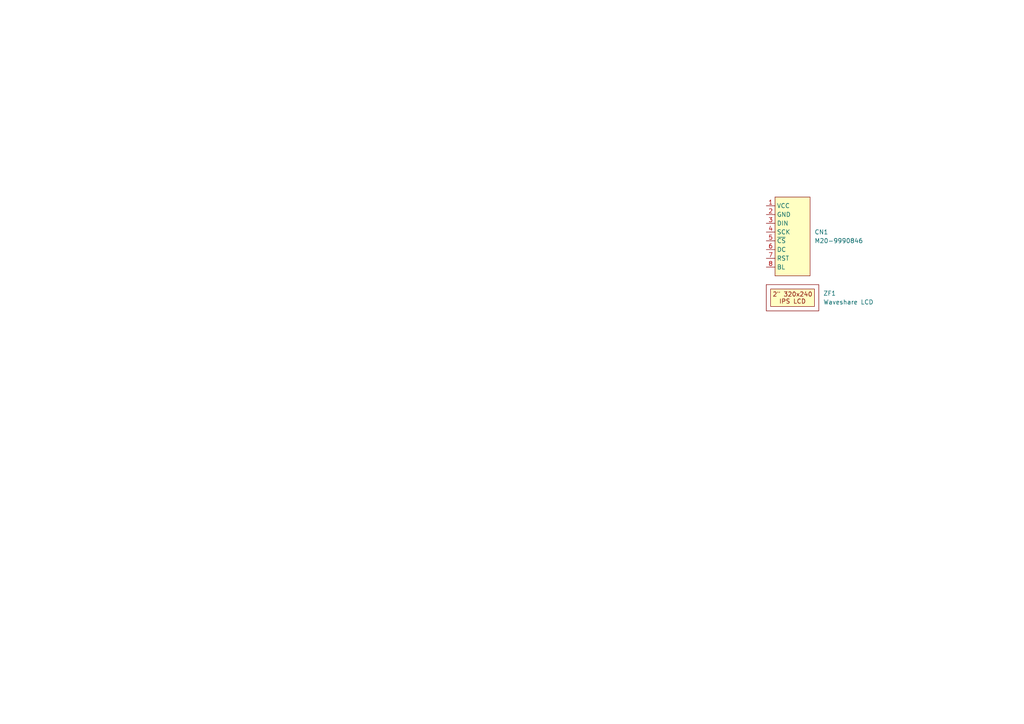
<source format=kicad_sch>
(kicad_sch (version 20250114) (generator "eeschema") (generator_version "9.0")
  (paper "A4")
  (lib_symbols
    (symbol "Display_WUT:Connector_Waveshare_2-inch_320x240_LCD"
      (property "Reference" "CN" (at 0 12.192 0))
      (property "Value" "M20-9990846" (at 0.254 -14.224 0))
      (symbol "Connector_Waveshare_2-inch_320x240_LCD_1_1"
        (rectangle (start -5.08 10.16) (end 5.08 -12.7) (fill (type background)))
        (pin passive line (at -7.62 7.62 0) (length 2.54) (name "VCC") (number "1"))
        (pin passive line (at -7.62 5.08 0) (length 2.54) (name "GND") (number "2"))
        (pin passive line (at -7.62 2.54 0) (length 2.54) (name "DIN") (number "3"))
        (pin passive line (at -7.62 0 0) (length 2.54) (name "SCK") (number "4"))
        (pin passive line (at -7.62 -2.54 0) (length 2.54) (name "~{CS}") (number "5"))
        (pin passive line (at -7.62 -5.08 0) (length 2.54) (name "DC") (number "6"))
        (pin passive line (at -7.62 -7.62 0) (length 2.54) (name "RST") (number "7"))
        (pin passive line (at -7.62 -10.16 0) (length 2.54) (name "BL") (number "8"))
      )
    )
    (symbol "Display_WUT:Waveshare_2-inch_320x240_LCD"
      (property "Reference" "ZF" (at 0 4.826 0))
      (property "Value" "Waveshare LCD" (at 0.254 -5.08 0))
      (symbol "Waveshare_2-inch_320x240_LCD_0_1"
        (rectangle (start -7.62 3.81) (end 7.62 -3.81))
      )
      (symbol "Waveshare_2-inch_320x240_LCD_1_1"
        (rectangle (start -6.35 2.54) (end 6.35 -2.54) (fill (type background)))
        (text "2\" 320x240\nIPS LCD" (at 0 0 0) (effects (font (size 1.27 1.27))))
      )
    )
  )
  (symbol (lib_id "Display_WUT:Connector_Waveshare_2-inch_320x240_LCD") (at 229.87 67.31 0) (unit 1)
    (property "Reference" "CN1" (at 236.22 67.3099 0) (effects (justify left)))
    (property "Value" "M20-9990846" (at 236.22 69.8499 0) (effects (justify left)))
    (property "Footprint" "Connector_PinHeader_2.54mm:PinHeader_1x08_P2.54mm_Vertical" (effects (hide yes)))
    (property "Datasheet" "https://www.mouser.co.uk/datasheet/2/181/M20-999-1218971.pdf" (effects (hide yes)))
    (property "Description" "Connector for Waveshare 2\" IPS LCD" (effects (hide yes)))
    (property "Manufacturer" "Harwin" (effects (hide yes)))
    (property "MPN" "M20-9990846" (effects (hide yes)))
  )
  (symbol (lib_id "Display_WUT:Waveshare_2-inch_320x240_LCD") (at 229.87 86.36 0) (unit 1)
    (property "Reference" "ZF1" (at 238.76 85.0899 0) (effects (justify left)))
    (property "Value" "Waveshare LCD" (at 238.76 87.6299 0) (effects (justify left)))
    (property "Footprint" "Display_WUT:Waveshare_2-inch_320x240_LCD" (effects (hide yes)))
    (property "Datasheet" "https://files.waveshare.com/upload/e/ee/2inch_LCD_Module_SchDoc.pdf" (effects (hide yes)))
    (property "Description" "Waveshare 2\" 320x240 IPS LCD" (effects (hide yes)))
    (property "Manufacturer" "Waveshare" (effects (hide yes)))
    (property "MPN" "2inch LCD Module" (effects (hide yes)))
  )
)
</source>
